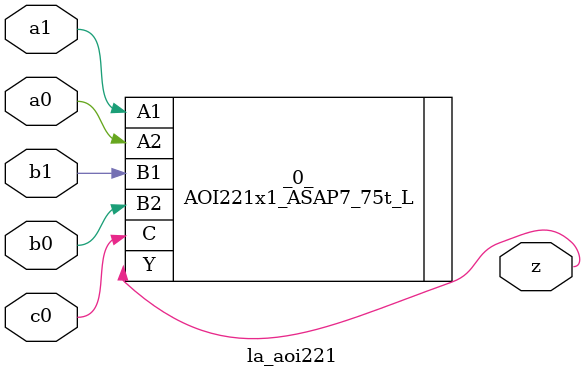
<source format=v>

/* Generated by Yosys 0.40 (git sha1 a1bb0255d, g++ 11.4.0-1ubuntu1~22.04 -fPIC -Os) */

module la_aoi221(a0, a1, b0, b1, c0, z);
  input a0;
  wire a0;
  input a1;
  wire a1;
  input b0;
  wire b0;
  input b1;
  wire b1;
  input c0;
  wire c0;
  output z;
  wire z;
  AOI221x1_ASAP7_75t_L _0_ (
    .A1(a1),
    .A2(a0),
    .B1(b1),
    .B2(b0),
    .C(c0),
    .Y(z)
  );
endmodule

</source>
